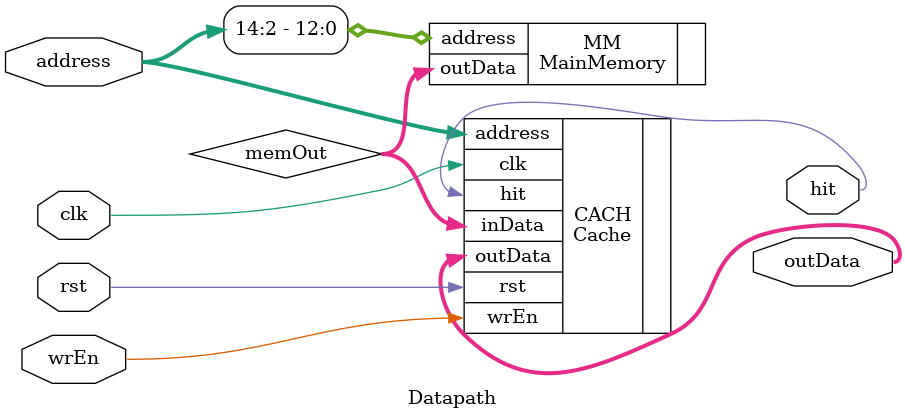
<source format=v>
module Datapath(
  clk, rst, wrEn, address, hit, outData
);
    input clk, rst, wrEn;
    input[14:0] address;
    output hit;
    output[31:0] outData;

    wire[127:0] memOut;

    Cache CACH(.clk(clk), .rst(rst), .wrEn(wrEn), .address(address), .inData(memOut), .outData(outData), .hit(hit));
    MainMemory MM(.address(address[14:2]), .outData(memOut));

endmodule // Datapath
</source>
